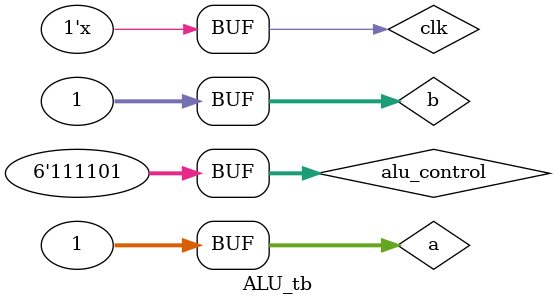
<source format=sv>
`include "sv_top.sv"
module ALU_tb();

  reg  [31:0] a;	// intrare de date
  reg [31:0] b;	// intrare de date
  reg [5:0] alu_control; // permite selectarea operatiei
  wire zero;			   // flag
  wire [31:0] result; // iesire de date
  reg clk;

// Leg acel modul la interfata
//In functie de caz,un output al DUT-ului devine un input pentru interfata!
//Pentru interfata conteaza si tipul de date,se foloseste wire pentru multiple drivers si reg pentru assignari
ALU_1 ports(
  .a    (a),
  .b     (b),
  .alu_control (alu_control),
  .zero (zero),
  .result(result),
  .clk(clk)
);


// Leg interfata la acel program
alu top(ports);
  
//reg [2:0] i = 3'b000;
//reg [3:0] a = 4'b000;
  
//incerc generarea unui clock provizoriu pentru sincronizarea monitoarelor si a altor procese
//spre deosebire de pc,nu am clock la input-urile DUT-ului
//clock-ul apare doar in interfata si modulul tb()
initial begin
	clk = 0;
end	
  
always  #1  clk = ~clk;

//Fac alegerea unor stimuli de intrare
//Imi pot alege niste variabile simple,ale caror rezultate le pot intui...sau pot utiliza variabile random pentru a extinde acoperirea functionala
//am mers pe prima varianta
initial begin
 	a = 1;
    b = 1;
  
    //output_object.result = 1;
  
//in functie de valoarea lui alu_control,modulul DUT va efectua o anumita operatie
//aleg sa schimb valoarea respectiva din 2 in 2 ns,pentru a trece prin tot ciclul de operatiuni si a vedea daca totul este in regula
    //alu_control = 6'b100001;
    alu_control = 6'b111111;
  	#2;
    alu_control = 6'b100011;
  
    #2;
    alu_control = 6'b100100;
  
    #2;
  	alu_control = 6'b100101;
    
    #2;
   	
    alu_control = 6'b101011;
  
    #2;
    alu_control = 6'b111101;
    
end


 
     
//bloc care ajuta la generarea diagramelor de timp	
  	
initial begin
  $dumpfile("dump.vcd");
  $dumpvars;
end
// O alta initializare...un alt bloc din care pot prelua date...cu un rol critic...fara de care obtin high z
ALU U_ALU(
  .a  (a),
  .b  (b),
  .alu_control (alu_control),
  .zero(zero),
  .result(result)
);
  
  
  

endmodule





</source>
